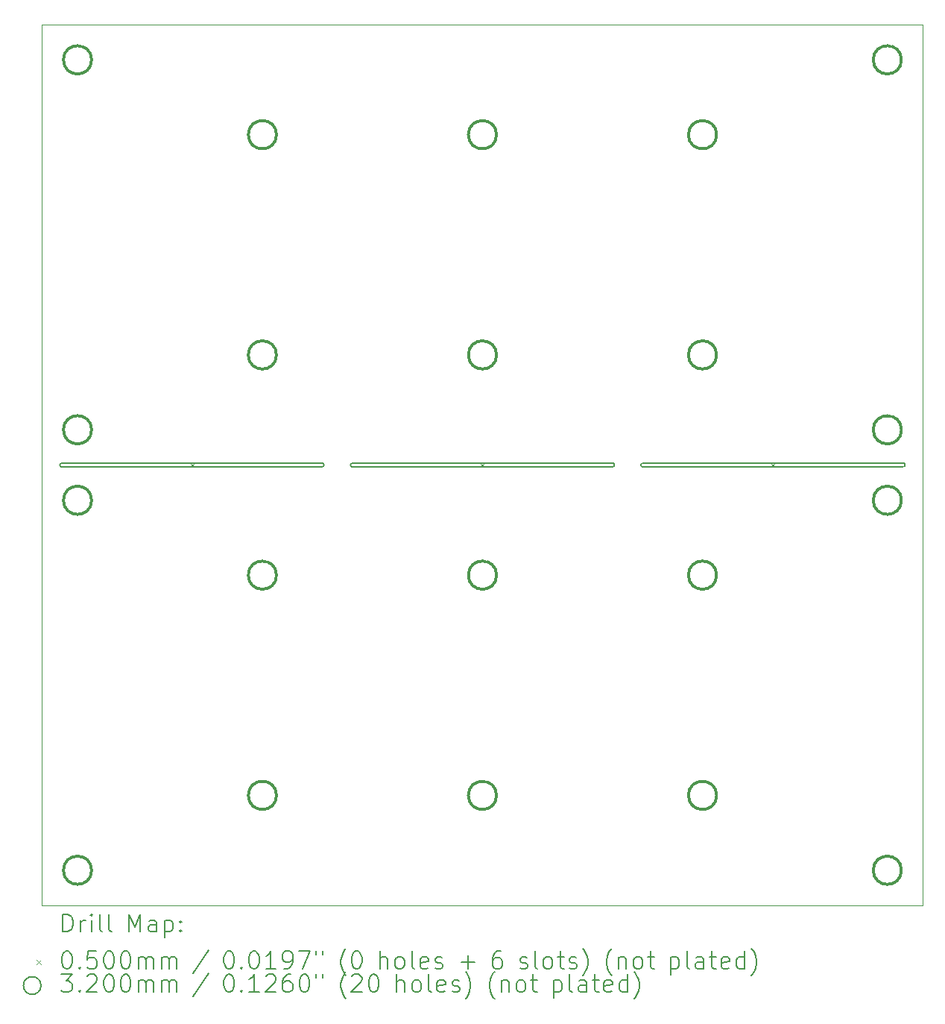
<source format=gbr>
%TF.GenerationSoftware,KiCad,Pcbnew,(7.0.0)*%
%TF.CreationDate,2023-05-19T01:27:41+02:00*%
%TF.ProjectId,Pot-X2,506f742d-5832-42e6-9b69-6361645f7063,rev?*%
%TF.SameCoordinates,Original*%
%TF.FileFunction,Drillmap*%
%TF.FilePolarity,Positive*%
%FSLAX45Y45*%
G04 Gerber Fmt 4.5, Leading zero omitted, Abs format (unit mm)*
G04 Created by KiCad (PCBNEW (7.0.0)) date 2023-05-19 01:27:41*
%MOMM*%
%LPD*%
G01*
G04 APERTURE LIST*
%ADD10C,0.100000*%
%ADD11C,0.200000*%
%ADD12C,0.050000*%
%ADD13C,0.320000*%
G04 APERTURE END LIST*
D10*
X16200000Y-11100000D02*
X6190000Y-11100000D01*
X6190000Y-1100000D01*
X16200000Y-1100000D01*
X16200000Y-11100000D01*
D11*
D12*
X7875000Y-6075000D02*
X7925000Y-6125000D01*
X7925000Y-6075000D02*
X7875000Y-6125000D01*
D11*
X6425000Y-6125000D02*
X9375000Y-6125000D01*
X9375000Y-6125000D02*
G75*
G03*
X9375000Y-6075000I0J25000D01*
G01*
X9375000Y-6075000D02*
X6425000Y-6075000D01*
X6425000Y-6075000D02*
G75*
G03*
X6425000Y-6125000I0J-25000D01*
G01*
D12*
X7875000Y-6075000D02*
X7925000Y-6125000D01*
X7925000Y-6075000D02*
X7875000Y-6125000D01*
D11*
X6425000Y-6125000D02*
X9375000Y-6125000D01*
X9375000Y-6125000D02*
G75*
G03*
X9375000Y-6075000I0J25000D01*
G01*
X9375000Y-6075000D02*
X6425000Y-6075000D01*
X6425000Y-6075000D02*
G75*
G03*
X6425000Y-6125000I0J-25000D01*
G01*
D12*
X11175000Y-6075000D02*
X11225000Y-6125000D01*
X11225000Y-6075000D02*
X11175000Y-6125000D01*
D11*
X9725000Y-6125000D02*
X12675000Y-6125000D01*
X12675000Y-6125000D02*
G75*
G03*
X12675000Y-6075000I0J25000D01*
G01*
X12675000Y-6075000D02*
X9725000Y-6075000D01*
X9725000Y-6075000D02*
G75*
G03*
X9725000Y-6125000I0J-25000D01*
G01*
D12*
X11175000Y-6075000D02*
X11225000Y-6125000D01*
X11225000Y-6075000D02*
X11175000Y-6125000D01*
D11*
X9725000Y-6125000D02*
X12675000Y-6125000D01*
X12675000Y-6125000D02*
G75*
G03*
X12675000Y-6075000I0J25000D01*
G01*
X12675000Y-6075000D02*
X9725000Y-6075000D01*
X9725000Y-6075000D02*
G75*
G03*
X9725000Y-6125000I0J-25000D01*
G01*
D12*
X14475000Y-6075000D02*
X14525000Y-6125000D01*
X14525000Y-6075000D02*
X14475000Y-6125000D01*
D11*
X13025000Y-6125000D02*
X15975000Y-6125000D01*
X15975000Y-6125000D02*
G75*
G03*
X15975000Y-6075000I0J25000D01*
G01*
X15975000Y-6075000D02*
X13025000Y-6075000D01*
X13025000Y-6075000D02*
G75*
G03*
X13025000Y-6125000I0J-25000D01*
G01*
D12*
X14475000Y-6075000D02*
X14525000Y-6125000D01*
X14525000Y-6075000D02*
X14475000Y-6125000D01*
D11*
X13025000Y-6125000D02*
X15975000Y-6125000D01*
X15975000Y-6125000D02*
G75*
G03*
X15975000Y-6075000I0J25000D01*
G01*
X15975000Y-6075000D02*
X13025000Y-6075000D01*
X13025000Y-6075000D02*
G75*
G03*
X13025000Y-6125000I0J-25000D01*
G01*
D13*
X6760000Y-1500000D02*
G75*
G03*
X6760000Y-1500000I-160000J0D01*
G01*
X6760000Y-5700000D02*
G75*
G03*
X6760000Y-5700000I-160000J0D01*
G01*
X6760000Y-6500000D02*
G75*
G03*
X6760000Y-6500000I-160000J0D01*
G01*
X6760000Y-10700000D02*
G75*
G03*
X6760000Y-10700000I-160000J0D01*
G01*
X8860000Y-2350000D02*
G75*
G03*
X8860000Y-2350000I-160000J0D01*
G01*
X8860000Y-4850000D02*
G75*
G03*
X8860000Y-4850000I-160000J0D01*
G01*
X8860000Y-7350000D02*
G75*
G03*
X8860000Y-7350000I-160000J0D01*
G01*
X8860000Y-9850000D02*
G75*
G03*
X8860000Y-9850000I-160000J0D01*
G01*
X11360000Y-2350000D02*
G75*
G03*
X11360000Y-2350000I-160000J0D01*
G01*
X11360000Y-4850000D02*
G75*
G03*
X11360000Y-4850000I-160000J0D01*
G01*
X11360000Y-7350000D02*
G75*
G03*
X11360000Y-7350000I-160000J0D01*
G01*
X11360000Y-9850000D02*
G75*
G03*
X11360000Y-9850000I-160000J0D01*
G01*
X13860000Y-2350000D02*
G75*
G03*
X13860000Y-2350000I-160000J0D01*
G01*
X13860000Y-4850000D02*
G75*
G03*
X13860000Y-4850000I-160000J0D01*
G01*
X13860000Y-7350000D02*
G75*
G03*
X13860000Y-7350000I-160000J0D01*
G01*
X13860000Y-9850000D02*
G75*
G03*
X13860000Y-9850000I-160000J0D01*
G01*
X15960000Y-1500000D02*
G75*
G03*
X15960000Y-1500000I-160000J0D01*
G01*
X15960000Y-5700000D02*
G75*
G03*
X15960000Y-5700000I-160000J0D01*
G01*
X15960000Y-6500000D02*
G75*
G03*
X15960000Y-6500000I-160000J0D01*
G01*
X15960000Y-10700000D02*
G75*
G03*
X15960000Y-10700000I-160000J0D01*
G01*
D11*
X6432619Y-11398476D02*
X6432619Y-11198476D01*
X6432619Y-11198476D02*
X6480238Y-11198476D01*
X6480238Y-11198476D02*
X6508809Y-11208000D01*
X6508809Y-11208000D02*
X6527857Y-11227048D01*
X6527857Y-11227048D02*
X6537381Y-11246095D01*
X6537381Y-11246095D02*
X6546905Y-11284190D01*
X6546905Y-11284190D02*
X6546905Y-11312762D01*
X6546905Y-11312762D02*
X6537381Y-11350857D01*
X6537381Y-11350857D02*
X6527857Y-11369905D01*
X6527857Y-11369905D02*
X6508809Y-11388952D01*
X6508809Y-11388952D02*
X6480238Y-11398476D01*
X6480238Y-11398476D02*
X6432619Y-11398476D01*
X6632619Y-11398476D02*
X6632619Y-11265143D01*
X6632619Y-11303238D02*
X6642143Y-11284190D01*
X6642143Y-11284190D02*
X6651667Y-11274667D01*
X6651667Y-11274667D02*
X6670714Y-11265143D01*
X6670714Y-11265143D02*
X6689762Y-11265143D01*
X6756428Y-11398476D02*
X6756428Y-11265143D01*
X6756428Y-11198476D02*
X6746905Y-11208000D01*
X6746905Y-11208000D02*
X6756428Y-11217524D01*
X6756428Y-11217524D02*
X6765952Y-11208000D01*
X6765952Y-11208000D02*
X6756428Y-11198476D01*
X6756428Y-11198476D02*
X6756428Y-11217524D01*
X6880238Y-11398476D02*
X6861190Y-11388952D01*
X6861190Y-11388952D02*
X6851667Y-11369905D01*
X6851667Y-11369905D02*
X6851667Y-11198476D01*
X6985000Y-11398476D02*
X6965952Y-11388952D01*
X6965952Y-11388952D02*
X6956428Y-11369905D01*
X6956428Y-11369905D02*
X6956428Y-11198476D01*
X7181190Y-11398476D02*
X7181190Y-11198476D01*
X7181190Y-11198476D02*
X7247857Y-11341333D01*
X7247857Y-11341333D02*
X7314524Y-11198476D01*
X7314524Y-11198476D02*
X7314524Y-11398476D01*
X7495476Y-11398476D02*
X7495476Y-11293714D01*
X7495476Y-11293714D02*
X7485952Y-11274667D01*
X7485952Y-11274667D02*
X7466905Y-11265143D01*
X7466905Y-11265143D02*
X7428809Y-11265143D01*
X7428809Y-11265143D02*
X7409762Y-11274667D01*
X7495476Y-11388952D02*
X7476428Y-11398476D01*
X7476428Y-11398476D02*
X7428809Y-11398476D01*
X7428809Y-11398476D02*
X7409762Y-11388952D01*
X7409762Y-11388952D02*
X7400238Y-11369905D01*
X7400238Y-11369905D02*
X7400238Y-11350857D01*
X7400238Y-11350857D02*
X7409762Y-11331809D01*
X7409762Y-11331809D02*
X7428809Y-11322286D01*
X7428809Y-11322286D02*
X7476428Y-11322286D01*
X7476428Y-11322286D02*
X7495476Y-11312762D01*
X7590714Y-11265143D02*
X7590714Y-11465143D01*
X7590714Y-11274667D02*
X7609762Y-11265143D01*
X7609762Y-11265143D02*
X7647857Y-11265143D01*
X7647857Y-11265143D02*
X7666905Y-11274667D01*
X7666905Y-11274667D02*
X7676428Y-11284190D01*
X7676428Y-11284190D02*
X7685952Y-11303238D01*
X7685952Y-11303238D02*
X7685952Y-11360381D01*
X7685952Y-11360381D02*
X7676428Y-11379428D01*
X7676428Y-11379428D02*
X7666905Y-11388952D01*
X7666905Y-11388952D02*
X7647857Y-11398476D01*
X7647857Y-11398476D02*
X7609762Y-11398476D01*
X7609762Y-11398476D02*
X7590714Y-11388952D01*
X7771667Y-11379428D02*
X7781190Y-11388952D01*
X7781190Y-11388952D02*
X7771667Y-11398476D01*
X7771667Y-11398476D02*
X7762143Y-11388952D01*
X7762143Y-11388952D02*
X7771667Y-11379428D01*
X7771667Y-11379428D02*
X7771667Y-11398476D01*
X7771667Y-11274667D02*
X7781190Y-11284190D01*
X7781190Y-11284190D02*
X7771667Y-11293714D01*
X7771667Y-11293714D02*
X7762143Y-11284190D01*
X7762143Y-11284190D02*
X7771667Y-11274667D01*
X7771667Y-11274667D02*
X7771667Y-11293714D01*
D12*
X6135000Y-11720000D02*
X6185000Y-11770000D01*
X6185000Y-11720000D02*
X6135000Y-11770000D01*
D11*
X6470714Y-11618476D02*
X6489762Y-11618476D01*
X6489762Y-11618476D02*
X6508809Y-11628000D01*
X6508809Y-11628000D02*
X6518333Y-11637524D01*
X6518333Y-11637524D02*
X6527857Y-11656571D01*
X6527857Y-11656571D02*
X6537381Y-11694667D01*
X6537381Y-11694667D02*
X6537381Y-11742286D01*
X6537381Y-11742286D02*
X6527857Y-11780381D01*
X6527857Y-11780381D02*
X6518333Y-11799428D01*
X6518333Y-11799428D02*
X6508809Y-11808952D01*
X6508809Y-11808952D02*
X6489762Y-11818476D01*
X6489762Y-11818476D02*
X6470714Y-11818476D01*
X6470714Y-11818476D02*
X6451667Y-11808952D01*
X6451667Y-11808952D02*
X6442143Y-11799428D01*
X6442143Y-11799428D02*
X6432619Y-11780381D01*
X6432619Y-11780381D02*
X6423095Y-11742286D01*
X6423095Y-11742286D02*
X6423095Y-11694667D01*
X6423095Y-11694667D02*
X6432619Y-11656571D01*
X6432619Y-11656571D02*
X6442143Y-11637524D01*
X6442143Y-11637524D02*
X6451667Y-11628000D01*
X6451667Y-11628000D02*
X6470714Y-11618476D01*
X6623095Y-11799428D02*
X6632619Y-11808952D01*
X6632619Y-11808952D02*
X6623095Y-11818476D01*
X6623095Y-11818476D02*
X6613571Y-11808952D01*
X6613571Y-11808952D02*
X6623095Y-11799428D01*
X6623095Y-11799428D02*
X6623095Y-11818476D01*
X6813571Y-11618476D02*
X6718333Y-11618476D01*
X6718333Y-11618476D02*
X6708809Y-11713714D01*
X6708809Y-11713714D02*
X6718333Y-11704190D01*
X6718333Y-11704190D02*
X6737381Y-11694667D01*
X6737381Y-11694667D02*
X6785000Y-11694667D01*
X6785000Y-11694667D02*
X6804048Y-11704190D01*
X6804048Y-11704190D02*
X6813571Y-11713714D01*
X6813571Y-11713714D02*
X6823095Y-11732762D01*
X6823095Y-11732762D02*
X6823095Y-11780381D01*
X6823095Y-11780381D02*
X6813571Y-11799428D01*
X6813571Y-11799428D02*
X6804048Y-11808952D01*
X6804048Y-11808952D02*
X6785000Y-11818476D01*
X6785000Y-11818476D02*
X6737381Y-11818476D01*
X6737381Y-11818476D02*
X6718333Y-11808952D01*
X6718333Y-11808952D02*
X6708809Y-11799428D01*
X6946905Y-11618476D02*
X6965952Y-11618476D01*
X6965952Y-11618476D02*
X6985000Y-11628000D01*
X6985000Y-11628000D02*
X6994524Y-11637524D01*
X6994524Y-11637524D02*
X7004048Y-11656571D01*
X7004048Y-11656571D02*
X7013571Y-11694667D01*
X7013571Y-11694667D02*
X7013571Y-11742286D01*
X7013571Y-11742286D02*
X7004048Y-11780381D01*
X7004048Y-11780381D02*
X6994524Y-11799428D01*
X6994524Y-11799428D02*
X6985000Y-11808952D01*
X6985000Y-11808952D02*
X6965952Y-11818476D01*
X6965952Y-11818476D02*
X6946905Y-11818476D01*
X6946905Y-11818476D02*
X6927857Y-11808952D01*
X6927857Y-11808952D02*
X6918333Y-11799428D01*
X6918333Y-11799428D02*
X6908809Y-11780381D01*
X6908809Y-11780381D02*
X6899286Y-11742286D01*
X6899286Y-11742286D02*
X6899286Y-11694667D01*
X6899286Y-11694667D02*
X6908809Y-11656571D01*
X6908809Y-11656571D02*
X6918333Y-11637524D01*
X6918333Y-11637524D02*
X6927857Y-11628000D01*
X6927857Y-11628000D02*
X6946905Y-11618476D01*
X7137381Y-11618476D02*
X7156429Y-11618476D01*
X7156429Y-11618476D02*
X7175476Y-11628000D01*
X7175476Y-11628000D02*
X7185000Y-11637524D01*
X7185000Y-11637524D02*
X7194524Y-11656571D01*
X7194524Y-11656571D02*
X7204048Y-11694667D01*
X7204048Y-11694667D02*
X7204048Y-11742286D01*
X7204048Y-11742286D02*
X7194524Y-11780381D01*
X7194524Y-11780381D02*
X7185000Y-11799428D01*
X7185000Y-11799428D02*
X7175476Y-11808952D01*
X7175476Y-11808952D02*
X7156429Y-11818476D01*
X7156429Y-11818476D02*
X7137381Y-11818476D01*
X7137381Y-11818476D02*
X7118333Y-11808952D01*
X7118333Y-11808952D02*
X7108809Y-11799428D01*
X7108809Y-11799428D02*
X7099286Y-11780381D01*
X7099286Y-11780381D02*
X7089762Y-11742286D01*
X7089762Y-11742286D02*
X7089762Y-11694667D01*
X7089762Y-11694667D02*
X7099286Y-11656571D01*
X7099286Y-11656571D02*
X7108809Y-11637524D01*
X7108809Y-11637524D02*
X7118333Y-11628000D01*
X7118333Y-11628000D02*
X7137381Y-11618476D01*
X7289762Y-11818476D02*
X7289762Y-11685143D01*
X7289762Y-11704190D02*
X7299286Y-11694667D01*
X7299286Y-11694667D02*
X7318333Y-11685143D01*
X7318333Y-11685143D02*
X7346905Y-11685143D01*
X7346905Y-11685143D02*
X7365952Y-11694667D01*
X7365952Y-11694667D02*
X7375476Y-11713714D01*
X7375476Y-11713714D02*
X7375476Y-11818476D01*
X7375476Y-11713714D02*
X7385000Y-11694667D01*
X7385000Y-11694667D02*
X7404048Y-11685143D01*
X7404048Y-11685143D02*
X7432619Y-11685143D01*
X7432619Y-11685143D02*
X7451667Y-11694667D01*
X7451667Y-11694667D02*
X7461190Y-11713714D01*
X7461190Y-11713714D02*
X7461190Y-11818476D01*
X7556429Y-11818476D02*
X7556429Y-11685143D01*
X7556429Y-11704190D02*
X7565952Y-11694667D01*
X7565952Y-11694667D02*
X7585000Y-11685143D01*
X7585000Y-11685143D02*
X7613571Y-11685143D01*
X7613571Y-11685143D02*
X7632619Y-11694667D01*
X7632619Y-11694667D02*
X7642143Y-11713714D01*
X7642143Y-11713714D02*
X7642143Y-11818476D01*
X7642143Y-11713714D02*
X7651667Y-11694667D01*
X7651667Y-11694667D02*
X7670714Y-11685143D01*
X7670714Y-11685143D02*
X7699286Y-11685143D01*
X7699286Y-11685143D02*
X7718333Y-11694667D01*
X7718333Y-11694667D02*
X7727857Y-11713714D01*
X7727857Y-11713714D02*
X7727857Y-11818476D01*
X8085952Y-11608952D02*
X7914524Y-11866095D01*
X8310714Y-11618476D02*
X8329762Y-11618476D01*
X8329762Y-11618476D02*
X8348810Y-11628000D01*
X8348810Y-11628000D02*
X8358333Y-11637524D01*
X8358333Y-11637524D02*
X8367857Y-11656571D01*
X8367857Y-11656571D02*
X8377381Y-11694667D01*
X8377381Y-11694667D02*
X8377381Y-11742286D01*
X8377381Y-11742286D02*
X8367857Y-11780381D01*
X8367857Y-11780381D02*
X8358333Y-11799428D01*
X8358333Y-11799428D02*
X8348810Y-11808952D01*
X8348810Y-11808952D02*
X8329762Y-11818476D01*
X8329762Y-11818476D02*
X8310714Y-11818476D01*
X8310714Y-11818476D02*
X8291667Y-11808952D01*
X8291667Y-11808952D02*
X8282143Y-11799428D01*
X8282143Y-11799428D02*
X8272619Y-11780381D01*
X8272619Y-11780381D02*
X8263095Y-11742286D01*
X8263095Y-11742286D02*
X8263095Y-11694667D01*
X8263095Y-11694667D02*
X8272619Y-11656571D01*
X8272619Y-11656571D02*
X8282143Y-11637524D01*
X8282143Y-11637524D02*
X8291667Y-11628000D01*
X8291667Y-11628000D02*
X8310714Y-11618476D01*
X8463095Y-11799428D02*
X8472619Y-11808952D01*
X8472619Y-11808952D02*
X8463095Y-11818476D01*
X8463095Y-11818476D02*
X8453572Y-11808952D01*
X8453572Y-11808952D02*
X8463095Y-11799428D01*
X8463095Y-11799428D02*
X8463095Y-11818476D01*
X8596429Y-11618476D02*
X8615476Y-11618476D01*
X8615476Y-11618476D02*
X8634524Y-11628000D01*
X8634524Y-11628000D02*
X8644048Y-11637524D01*
X8644048Y-11637524D02*
X8653572Y-11656571D01*
X8653572Y-11656571D02*
X8663095Y-11694667D01*
X8663095Y-11694667D02*
X8663095Y-11742286D01*
X8663095Y-11742286D02*
X8653572Y-11780381D01*
X8653572Y-11780381D02*
X8644048Y-11799428D01*
X8644048Y-11799428D02*
X8634524Y-11808952D01*
X8634524Y-11808952D02*
X8615476Y-11818476D01*
X8615476Y-11818476D02*
X8596429Y-11818476D01*
X8596429Y-11818476D02*
X8577381Y-11808952D01*
X8577381Y-11808952D02*
X8567857Y-11799428D01*
X8567857Y-11799428D02*
X8558333Y-11780381D01*
X8558333Y-11780381D02*
X8548810Y-11742286D01*
X8548810Y-11742286D02*
X8548810Y-11694667D01*
X8548810Y-11694667D02*
X8558333Y-11656571D01*
X8558333Y-11656571D02*
X8567857Y-11637524D01*
X8567857Y-11637524D02*
X8577381Y-11628000D01*
X8577381Y-11628000D02*
X8596429Y-11618476D01*
X8853572Y-11818476D02*
X8739286Y-11818476D01*
X8796429Y-11818476D02*
X8796429Y-11618476D01*
X8796429Y-11618476D02*
X8777381Y-11647048D01*
X8777381Y-11647048D02*
X8758333Y-11666095D01*
X8758333Y-11666095D02*
X8739286Y-11675619D01*
X8948810Y-11818476D02*
X8986905Y-11818476D01*
X8986905Y-11818476D02*
X9005953Y-11808952D01*
X9005953Y-11808952D02*
X9015476Y-11799428D01*
X9015476Y-11799428D02*
X9034524Y-11770857D01*
X9034524Y-11770857D02*
X9044048Y-11732762D01*
X9044048Y-11732762D02*
X9044048Y-11656571D01*
X9044048Y-11656571D02*
X9034524Y-11637524D01*
X9034524Y-11637524D02*
X9025000Y-11628000D01*
X9025000Y-11628000D02*
X9005953Y-11618476D01*
X9005953Y-11618476D02*
X8967857Y-11618476D01*
X8967857Y-11618476D02*
X8948810Y-11628000D01*
X8948810Y-11628000D02*
X8939286Y-11637524D01*
X8939286Y-11637524D02*
X8929762Y-11656571D01*
X8929762Y-11656571D02*
X8929762Y-11704190D01*
X8929762Y-11704190D02*
X8939286Y-11723238D01*
X8939286Y-11723238D02*
X8948810Y-11732762D01*
X8948810Y-11732762D02*
X8967857Y-11742286D01*
X8967857Y-11742286D02*
X9005953Y-11742286D01*
X9005953Y-11742286D02*
X9025000Y-11732762D01*
X9025000Y-11732762D02*
X9034524Y-11723238D01*
X9034524Y-11723238D02*
X9044048Y-11704190D01*
X9110714Y-11618476D02*
X9244048Y-11618476D01*
X9244048Y-11618476D02*
X9158333Y-11818476D01*
X9310714Y-11618476D02*
X9310714Y-11656571D01*
X9386905Y-11618476D02*
X9386905Y-11656571D01*
X9649762Y-11894667D02*
X9640238Y-11885143D01*
X9640238Y-11885143D02*
X9621191Y-11856571D01*
X9621191Y-11856571D02*
X9611667Y-11837524D01*
X9611667Y-11837524D02*
X9602143Y-11808952D01*
X9602143Y-11808952D02*
X9592619Y-11761333D01*
X9592619Y-11761333D02*
X9592619Y-11723238D01*
X9592619Y-11723238D02*
X9602143Y-11675619D01*
X9602143Y-11675619D02*
X9611667Y-11647048D01*
X9611667Y-11647048D02*
X9621191Y-11628000D01*
X9621191Y-11628000D02*
X9640238Y-11599428D01*
X9640238Y-11599428D02*
X9649762Y-11589905D01*
X9764048Y-11618476D02*
X9783095Y-11618476D01*
X9783095Y-11618476D02*
X9802143Y-11628000D01*
X9802143Y-11628000D02*
X9811667Y-11637524D01*
X9811667Y-11637524D02*
X9821191Y-11656571D01*
X9821191Y-11656571D02*
X9830714Y-11694667D01*
X9830714Y-11694667D02*
X9830714Y-11742286D01*
X9830714Y-11742286D02*
X9821191Y-11780381D01*
X9821191Y-11780381D02*
X9811667Y-11799428D01*
X9811667Y-11799428D02*
X9802143Y-11808952D01*
X9802143Y-11808952D02*
X9783095Y-11818476D01*
X9783095Y-11818476D02*
X9764048Y-11818476D01*
X9764048Y-11818476D02*
X9745000Y-11808952D01*
X9745000Y-11808952D02*
X9735476Y-11799428D01*
X9735476Y-11799428D02*
X9725953Y-11780381D01*
X9725953Y-11780381D02*
X9716429Y-11742286D01*
X9716429Y-11742286D02*
X9716429Y-11694667D01*
X9716429Y-11694667D02*
X9725953Y-11656571D01*
X9725953Y-11656571D02*
X9735476Y-11637524D01*
X9735476Y-11637524D02*
X9745000Y-11628000D01*
X9745000Y-11628000D02*
X9764048Y-11618476D01*
X10036429Y-11818476D02*
X10036429Y-11618476D01*
X10122143Y-11818476D02*
X10122143Y-11713714D01*
X10122143Y-11713714D02*
X10112619Y-11694667D01*
X10112619Y-11694667D02*
X10093572Y-11685143D01*
X10093572Y-11685143D02*
X10065000Y-11685143D01*
X10065000Y-11685143D02*
X10045953Y-11694667D01*
X10045953Y-11694667D02*
X10036429Y-11704190D01*
X10245953Y-11818476D02*
X10226905Y-11808952D01*
X10226905Y-11808952D02*
X10217381Y-11799428D01*
X10217381Y-11799428D02*
X10207857Y-11780381D01*
X10207857Y-11780381D02*
X10207857Y-11723238D01*
X10207857Y-11723238D02*
X10217381Y-11704190D01*
X10217381Y-11704190D02*
X10226905Y-11694667D01*
X10226905Y-11694667D02*
X10245953Y-11685143D01*
X10245953Y-11685143D02*
X10274524Y-11685143D01*
X10274524Y-11685143D02*
X10293572Y-11694667D01*
X10293572Y-11694667D02*
X10303095Y-11704190D01*
X10303095Y-11704190D02*
X10312619Y-11723238D01*
X10312619Y-11723238D02*
X10312619Y-11780381D01*
X10312619Y-11780381D02*
X10303095Y-11799428D01*
X10303095Y-11799428D02*
X10293572Y-11808952D01*
X10293572Y-11808952D02*
X10274524Y-11818476D01*
X10274524Y-11818476D02*
X10245953Y-11818476D01*
X10426905Y-11818476D02*
X10407857Y-11808952D01*
X10407857Y-11808952D02*
X10398334Y-11789905D01*
X10398334Y-11789905D02*
X10398334Y-11618476D01*
X10579286Y-11808952D02*
X10560238Y-11818476D01*
X10560238Y-11818476D02*
X10522143Y-11818476D01*
X10522143Y-11818476D02*
X10503095Y-11808952D01*
X10503095Y-11808952D02*
X10493572Y-11789905D01*
X10493572Y-11789905D02*
X10493572Y-11713714D01*
X10493572Y-11713714D02*
X10503095Y-11694667D01*
X10503095Y-11694667D02*
X10522143Y-11685143D01*
X10522143Y-11685143D02*
X10560238Y-11685143D01*
X10560238Y-11685143D02*
X10579286Y-11694667D01*
X10579286Y-11694667D02*
X10588810Y-11713714D01*
X10588810Y-11713714D02*
X10588810Y-11732762D01*
X10588810Y-11732762D02*
X10493572Y-11751809D01*
X10665000Y-11808952D02*
X10684048Y-11818476D01*
X10684048Y-11818476D02*
X10722143Y-11818476D01*
X10722143Y-11818476D02*
X10741191Y-11808952D01*
X10741191Y-11808952D02*
X10750715Y-11789905D01*
X10750715Y-11789905D02*
X10750715Y-11780381D01*
X10750715Y-11780381D02*
X10741191Y-11761333D01*
X10741191Y-11761333D02*
X10722143Y-11751809D01*
X10722143Y-11751809D02*
X10693572Y-11751809D01*
X10693572Y-11751809D02*
X10674524Y-11742286D01*
X10674524Y-11742286D02*
X10665000Y-11723238D01*
X10665000Y-11723238D02*
X10665000Y-11713714D01*
X10665000Y-11713714D02*
X10674524Y-11694667D01*
X10674524Y-11694667D02*
X10693572Y-11685143D01*
X10693572Y-11685143D02*
X10722143Y-11685143D01*
X10722143Y-11685143D02*
X10741191Y-11694667D01*
X10956429Y-11742286D02*
X11108810Y-11742286D01*
X11032619Y-11818476D02*
X11032619Y-11666095D01*
X11409762Y-11618476D02*
X11371667Y-11618476D01*
X11371667Y-11618476D02*
X11352619Y-11628000D01*
X11352619Y-11628000D02*
X11343095Y-11637524D01*
X11343095Y-11637524D02*
X11324048Y-11666095D01*
X11324048Y-11666095D02*
X11314524Y-11704190D01*
X11314524Y-11704190D02*
X11314524Y-11780381D01*
X11314524Y-11780381D02*
X11324048Y-11799428D01*
X11324048Y-11799428D02*
X11333572Y-11808952D01*
X11333572Y-11808952D02*
X11352619Y-11818476D01*
X11352619Y-11818476D02*
X11390714Y-11818476D01*
X11390714Y-11818476D02*
X11409762Y-11808952D01*
X11409762Y-11808952D02*
X11419286Y-11799428D01*
X11419286Y-11799428D02*
X11428810Y-11780381D01*
X11428810Y-11780381D02*
X11428810Y-11732762D01*
X11428810Y-11732762D02*
X11419286Y-11713714D01*
X11419286Y-11713714D02*
X11409762Y-11704190D01*
X11409762Y-11704190D02*
X11390714Y-11694667D01*
X11390714Y-11694667D02*
X11352619Y-11694667D01*
X11352619Y-11694667D02*
X11333572Y-11704190D01*
X11333572Y-11704190D02*
X11324048Y-11713714D01*
X11324048Y-11713714D02*
X11314524Y-11732762D01*
X11625000Y-11808952D02*
X11644048Y-11818476D01*
X11644048Y-11818476D02*
X11682143Y-11818476D01*
X11682143Y-11818476D02*
X11701191Y-11808952D01*
X11701191Y-11808952D02*
X11710714Y-11789905D01*
X11710714Y-11789905D02*
X11710714Y-11780381D01*
X11710714Y-11780381D02*
X11701191Y-11761333D01*
X11701191Y-11761333D02*
X11682143Y-11751809D01*
X11682143Y-11751809D02*
X11653572Y-11751809D01*
X11653572Y-11751809D02*
X11634524Y-11742286D01*
X11634524Y-11742286D02*
X11625000Y-11723238D01*
X11625000Y-11723238D02*
X11625000Y-11713714D01*
X11625000Y-11713714D02*
X11634524Y-11694667D01*
X11634524Y-11694667D02*
X11653572Y-11685143D01*
X11653572Y-11685143D02*
X11682143Y-11685143D01*
X11682143Y-11685143D02*
X11701191Y-11694667D01*
X11825000Y-11818476D02*
X11805953Y-11808952D01*
X11805953Y-11808952D02*
X11796429Y-11789905D01*
X11796429Y-11789905D02*
X11796429Y-11618476D01*
X11929762Y-11818476D02*
X11910714Y-11808952D01*
X11910714Y-11808952D02*
X11901191Y-11799428D01*
X11901191Y-11799428D02*
X11891667Y-11780381D01*
X11891667Y-11780381D02*
X11891667Y-11723238D01*
X11891667Y-11723238D02*
X11901191Y-11704190D01*
X11901191Y-11704190D02*
X11910714Y-11694667D01*
X11910714Y-11694667D02*
X11929762Y-11685143D01*
X11929762Y-11685143D02*
X11958334Y-11685143D01*
X11958334Y-11685143D02*
X11977381Y-11694667D01*
X11977381Y-11694667D02*
X11986905Y-11704190D01*
X11986905Y-11704190D02*
X11996429Y-11723238D01*
X11996429Y-11723238D02*
X11996429Y-11780381D01*
X11996429Y-11780381D02*
X11986905Y-11799428D01*
X11986905Y-11799428D02*
X11977381Y-11808952D01*
X11977381Y-11808952D02*
X11958334Y-11818476D01*
X11958334Y-11818476D02*
X11929762Y-11818476D01*
X12053572Y-11685143D02*
X12129762Y-11685143D01*
X12082143Y-11618476D02*
X12082143Y-11789905D01*
X12082143Y-11789905D02*
X12091667Y-11808952D01*
X12091667Y-11808952D02*
X12110714Y-11818476D01*
X12110714Y-11818476D02*
X12129762Y-11818476D01*
X12186905Y-11808952D02*
X12205953Y-11818476D01*
X12205953Y-11818476D02*
X12244048Y-11818476D01*
X12244048Y-11818476D02*
X12263095Y-11808952D01*
X12263095Y-11808952D02*
X12272619Y-11789905D01*
X12272619Y-11789905D02*
X12272619Y-11780381D01*
X12272619Y-11780381D02*
X12263095Y-11761333D01*
X12263095Y-11761333D02*
X12244048Y-11751809D01*
X12244048Y-11751809D02*
X12215476Y-11751809D01*
X12215476Y-11751809D02*
X12196429Y-11742286D01*
X12196429Y-11742286D02*
X12186905Y-11723238D01*
X12186905Y-11723238D02*
X12186905Y-11713714D01*
X12186905Y-11713714D02*
X12196429Y-11694667D01*
X12196429Y-11694667D02*
X12215476Y-11685143D01*
X12215476Y-11685143D02*
X12244048Y-11685143D01*
X12244048Y-11685143D02*
X12263095Y-11694667D01*
X12339286Y-11894667D02*
X12348810Y-11885143D01*
X12348810Y-11885143D02*
X12367857Y-11856571D01*
X12367857Y-11856571D02*
X12377381Y-11837524D01*
X12377381Y-11837524D02*
X12386905Y-11808952D01*
X12386905Y-11808952D02*
X12396429Y-11761333D01*
X12396429Y-11761333D02*
X12396429Y-11723238D01*
X12396429Y-11723238D02*
X12386905Y-11675619D01*
X12386905Y-11675619D02*
X12377381Y-11647048D01*
X12377381Y-11647048D02*
X12367857Y-11628000D01*
X12367857Y-11628000D02*
X12348810Y-11599428D01*
X12348810Y-11599428D02*
X12339286Y-11589905D01*
X12668810Y-11894667D02*
X12659286Y-11885143D01*
X12659286Y-11885143D02*
X12640238Y-11856571D01*
X12640238Y-11856571D02*
X12630714Y-11837524D01*
X12630714Y-11837524D02*
X12621191Y-11808952D01*
X12621191Y-11808952D02*
X12611667Y-11761333D01*
X12611667Y-11761333D02*
X12611667Y-11723238D01*
X12611667Y-11723238D02*
X12621191Y-11675619D01*
X12621191Y-11675619D02*
X12630714Y-11647048D01*
X12630714Y-11647048D02*
X12640238Y-11628000D01*
X12640238Y-11628000D02*
X12659286Y-11599428D01*
X12659286Y-11599428D02*
X12668810Y-11589905D01*
X12745000Y-11685143D02*
X12745000Y-11818476D01*
X12745000Y-11704190D02*
X12754524Y-11694667D01*
X12754524Y-11694667D02*
X12773572Y-11685143D01*
X12773572Y-11685143D02*
X12802143Y-11685143D01*
X12802143Y-11685143D02*
X12821191Y-11694667D01*
X12821191Y-11694667D02*
X12830714Y-11713714D01*
X12830714Y-11713714D02*
X12830714Y-11818476D01*
X12954524Y-11818476D02*
X12935476Y-11808952D01*
X12935476Y-11808952D02*
X12925953Y-11799428D01*
X12925953Y-11799428D02*
X12916429Y-11780381D01*
X12916429Y-11780381D02*
X12916429Y-11723238D01*
X12916429Y-11723238D02*
X12925953Y-11704190D01*
X12925953Y-11704190D02*
X12935476Y-11694667D01*
X12935476Y-11694667D02*
X12954524Y-11685143D01*
X12954524Y-11685143D02*
X12983095Y-11685143D01*
X12983095Y-11685143D02*
X13002143Y-11694667D01*
X13002143Y-11694667D02*
X13011667Y-11704190D01*
X13011667Y-11704190D02*
X13021191Y-11723238D01*
X13021191Y-11723238D02*
X13021191Y-11780381D01*
X13021191Y-11780381D02*
X13011667Y-11799428D01*
X13011667Y-11799428D02*
X13002143Y-11808952D01*
X13002143Y-11808952D02*
X12983095Y-11818476D01*
X12983095Y-11818476D02*
X12954524Y-11818476D01*
X13078334Y-11685143D02*
X13154524Y-11685143D01*
X13106905Y-11618476D02*
X13106905Y-11789905D01*
X13106905Y-11789905D02*
X13116429Y-11808952D01*
X13116429Y-11808952D02*
X13135476Y-11818476D01*
X13135476Y-11818476D02*
X13154524Y-11818476D01*
X13341191Y-11685143D02*
X13341191Y-11885143D01*
X13341191Y-11694667D02*
X13360238Y-11685143D01*
X13360238Y-11685143D02*
X13398334Y-11685143D01*
X13398334Y-11685143D02*
X13417381Y-11694667D01*
X13417381Y-11694667D02*
X13426905Y-11704190D01*
X13426905Y-11704190D02*
X13436429Y-11723238D01*
X13436429Y-11723238D02*
X13436429Y-11780381D01*
X13436429Y-11780381D02*
X13426905Y-11799428D01*
X13426905Y-11799428D02*
X13417381Y-11808952D01*
X13417381Y-11808952D02*
X13398334Y-11818476D01*
X13398334Y-11818476D02*
X13360238Y-11818476D01*
X13360238Y-11818476D02*
X13341191Y-11808952D01*
X13550714Y-11818476D02*
X13531667Y-11808952D01*
X13531667Y-11808952D02*
X13522143Y-11789905D01*
X13522143Y-11789905D02*
X13522143Y-11618476D01*
X13712619Y-11818476D02*
X13712619Y-11713714D01*
X13712619Y-11713714D02*
X13703095Y-11694667D01*
X13703095Y-11694667D02*
X13684048Y-11685143D01*
X13684048Y-11685143D02*
X13645953Y-11685143D01*
X13645953Y-11685143D02*
X13626905Y-11694667D01*
X13712619Y-11808952D02*
X13693572Y-11818476D01*
X13693572Y-11818476D02*
X13645953Y-11818476D01*
X13645953Y-11818476D02*
X13626905Y-11808952D01*
X13626905Y-11808952D02*
X13617381Y-11789905D01*
X13617381Y-11789905D02*
X13617381Y-11770857D01*
X13617381Y-11770857D02*
X13626905Y-11751809D01*
X13626905Y-11751809D02*
X13645953Y-11742286D01*
X13645953Y-11742286D02*
X13693572Y-11742286D01*
X13693572Y-11742286D02*
X13712619Y-11732762D01*
X13779286Y-11685143D02*
X13855476Y-11685143D01*
X13807857Y-11618476D02*
X13807857Y-11789905D01*
X13807857Y-11789905D02*
X13817381Y-11808952D01*
X13817381Y-11808952D02*
X13836429Y-11818476D01*
X13836429Y-11818476D02*
X13855476Y-11818476D01*
X13998334Y-11808952D02*
X13979286Y-11818476D01*
X13979286Y-11818476D02*
X13941191Y-11818476D01*
X13941191Y-11818476D02*
X13922143Y-11808952D01*
X13922143Y-11808952D02*
X13912619Y-11789905D01*
X13912619Y-11789905D02*
X13912619Y-11713714D01*
X13912619Y-11713714D02*
X13922143Y-11694667D01*
X13922143Y-11694667D02*
X13941191Y-11685143D01*
X13941191Y-11685143D02*
X13979286Y-11685143D01*
X13979286Y-11685143D02*
X13998334Y-11694667D01*
X13998334Y-11694667D02*
X14007857Y-11713714D01*
X14007857Y-11713714D02*
X14007857Y-11732762D01*
X14007857Y-11732762D02*
X13912619Y-11751809D01*
X14179286Y-11818476D02*
X14179286Y-11618476D01*
X14179286Y-11808952D02*
X14160238Y-11818476D01*
X14160238Y-11818476D02*
X14122143Y-11818476D01*
X14122143Y-11818476D02*
X14103095Y-11808952D01*
X14103095Y-11808952D02*
X14093572Y-11799428D01*
X14093572Y-11799428D02*
X14084048Y-11780381D01*
X14084048Y-11780381D02*
X14084048Y-11723238D01*
X14084048Y-11723238D02*
X14093572Y-11704190D01*
X14093572Y-11704190D02*
X14103095Y-11694667D01*
X14103095Y-11694667D02*
X14122143Y-11685143D01*
X14122143Y-11685143D02*
X14160238Y-11685143D01*
X14160238Y-11685143D02*
X14179286Y-11694667D01*
X14255476Y-11894667D02*
X14265000Y-11885143D01*
X14265000Y-11885143D02*
X14284048Y-11856571D01*
X14284048Y-11856571D02*
X14293572Y-11837524D01*
X14293572Y-11837524D02*
X14303095Y-11808952D01*
X14303095Y-11808952D02*
X14312619Y-11761333D01*
X14312619Y-11761333D02*
X14312619Y-11723238D01*
X14312619Y-11723238D02*
X14303095Y-11675619D01*
X14303095Y-11675619D02*
X14293572Y-11647048D01*
X14293572Y-11647048D02*
X14284048Y-11628000D01*
X14284048Y-11628000D02*
X14265000Y-11599428D01*
X14265000Y-11599428D02*
X14255476Y-11589905D01*
X6185000Y-12009000D02*
G75*
G03*
X6185000Y-12009000I-100000J0D01*
G01*
X6413571Y-11882476D02*
X6537381Y-11882476D01*
X6537381Y-11882476D02*
X6470714Y-11958667D01*
X6470714Y-11958667D02*
X6499286Y-11958667D01*
X6499286Y-11958667D02*
X6518333Y-11968190D01*
X6518333Y-11968190D02*
X6527857Y-11977714D01*
X6527857Y-11977714D02*
X6537381Y-11996762D01*
X6537381Y-11996762D02*
X6537381Y-12044381D01*
X6537381Y-12044381D02*
X6527857Y-12063428D01*
X6527857Y-12063428D02*
X6518333Y-12072952D01*
X6518333Y-12072952D02*
X6499286Y-12082476D01*
X6499286Y-12082476D02*
X6442143Y-12082476D01*
X6442143Y-12082476D02*
X6423095Y-12072952D01*
X6423095Y-12072952D02*
X6413571Y-12063428D01*
X6623095Y-12063428D02*
X6632619Y-12072952D01*
X6632619Y-12072952D02*
X6623095Y-12082476D01*
X6623095Y-12082476D02*
X6613571Y-12072952D01*
X6613571Y-12072952D02*
X6623095Y-12063428D01*
X6623095Y-12063428D02*
X6623095Y-12082476D01*
X6708809Y-11901524D02*
X6718333Y-11892000D01*
X6718333Y-11892000D02*
X6737381Y-11882476D01*
X6737381Y-11882476D02*
X6785000Y-11882476D01*
X6785000Y-11882476D02*
X6804048Y-11892000D01*
X6804048Y-11892000D02*
X6813571Y-11901524D01*
X6813571Y-11901524D02*
X6823095Y-11920571D01*
X6823095Y-11920571D02*
X6823095Y-11939619D01*
X6823095Y-11939619D02*
X6813571Y-11968190D01*
X6813571Y-11968190D02*
X6699286Y-12082476D01*
X6699286Y-12082476D02*
X6823095Y-12082476D01*
X6946905Y-11882476D02*
X6965952Y-11882476D01*
X6965952Y-11882476D02*
X6985000Y-11892000D01*
X6985000Y-11892000D02*
X6994524Y-11901524D01*
X6994524Y-11901524D02*
X7004048Y-11920571D01*
X7004048Y-11920571D02*
X7013571Y-11958667D01*
X7013571Y-11958667D02*
X7013571Y-12006286D01*
X7013571Y-12006286D02*
X7004048Y-12044381D01*
X7004048Y-12044381D02*
X6994524Y-12063428D01*
X6994524Y-12063428D02*
X6985000Y-12072952D01*
X6985000Y-12072952D02*
X6965952Y-12082476D01*
X6965952Y-12082476D02*
X6946905Y-12082476D01*
X6946905Y-12082476D02*
X6927857Y-12072952D01*
X6927857Y-12072952D02*
X6918333Y-12063428D01*
X6918333Y-12063428D02*
X6908809Y-12044381D01*
X6908809Y-12044381D02*
X6899286Y-12006286D01*
X6899286Y-12006286D02*
X6899286Y-11958667D01*
X6899286Y-11958667D02*
X6908809Y-11920571D01*
X6908809Y-11920571D02*
X6918333Y-11901524D01*
X6918333Y-11901524D02*
X6927857Y-11892000D01*
X6927857Y-11892000D02*
X6946905Y-11882476D01*
X7137381Y-11882476D02*
X7156429Y-11882476D01*
X7156429Y-11882476D02*
X7175476Y-11892000D01*
X7175476Y-11892000D02*
X7185000Y-11901524D01*
X7185000Y-11901524D02*
X7194524Y-11920571D01*
X7194524Y-11920571D02*
X7204048Y-11958667D01*
X7204048Y-11958667D02*
X7204048Y-12006286D01*
X7204048Y-12006286D02*
X7194524Y-12044381D01*
X7194524Y-12044381D02*
X7185000Y-12063428D01*
X7185000Y-12063428D02*
X7175476Y-12072952D01*
X7175476Y-12072952D02*
X7156429Y-12082476D01*
X7156429Y-12082476D02*
X7137381Y-12082476D01*
X7137381Y-12082476D02*
X7118333Y-12072952D01*
X7118333Y-12072952D02*
X7108809Y-12063428D01*
X7108809Y-12063428D02*
X7099286Y-12044381D01*
X7099286Y-12044381D02*
X7089762Y-12006286D01*
X7089762Y-12006286D02*
X7089762Y-11958667D01*
X7089762Y-11958667D02*
X7099286Y-11920571D01*
X7099286Y-11920571D02*
X7108809Y-11901524D01*
X7108809Y-11901524D02*
X7118333Y-11892000D01*
X7118333Y-11892000D02*
X7137381Y-11882476D01*
X7289762Y-12082476D02*
X7289762Y-11949143D01*
X7289762Y-11968190D02*
X7299286Y-11958667D01*
X7299286Y-11958667D02*
X7318333Y-11949143D01*
X7318333Y-11949143D02*
X7346905Y-11949143D01*
X7346905Y-11949143D02*
X7365952Y-11958667D01*
X7365952Y-11958667D02*
X7375476Y-11977714D01*
X7375476Y-11977714D02*
X7375476Y-12082476D01*
X7375476Y-11977714D02*
X7385000Y-11958667D01*
X7385000Y-11958667D02*
X7404048Y-11949143D01*
X7404048Y-11949143D02*
X7432619Y-11949143D01*
X7432619Y-11949143D02*
X7451667Y-11958667D01*
X7451667Y-11958667D02*
X7461190Y-11977714D01*
X7461190Y-11977714D02*
X7461190Y-12082476D01*
X7556429Y-12082476D02*
X7556429Y-11949143D01*
X7556429Y-11968190D02*
X7565952Y-11958667D01*
X7565952Y-11958667D02*
X7585000Y-11949143D01*
X7585000Y-11949143D02*
X7613571Y-11949143D01*
X7613571Y-11949143D02*
X7632619Y-11958667D01*
X7632619Y-11958667D02*
X7642143Y-11977714D01*
X7642143Y-11977714D02*
X7642143Y-12082476D01*
X7642143Y-11977714D02*
X7651667Y-11958667D01*
X7651667Y-11958667D02*
X7670714Y-11949143D01*
X7670714Y-11949143D02*
X7699286Y-11949143D01*
X7699286Y-11949143D02*
X7718333Y-11958667D01*
X7718333Y-11958667D02*
X7727857Y-11977714D01*
X7727857Y-11977714D02*
X7727857Y-12082476D01*
X8085952Y-11872952D02*
X7914524Y-12130095D01*
X8310714Y-11882476D02*
X8329762Y-11882476D01*
X8329762Y-11882476D02*
X8348810Y-11892000D01*
X8348810Y-11892000D02*
X8358333Y-11901524D01*
X8358333Y-11901524D02*
X8367857Y-11920571D01*
X8367857Y-11920571D02*
X8377381Y-11958667D01*
X8377381Y-11958667D02*
X8377381Y-12006286D01*
X8377381Y-12006286D02*
X8367857Y-12044381D01*
X8367857Y-12044381D02*
X8358333Y-12063428D01*
X8358333Y-12063428D02*
X8348810Y-12072952D01*
X8348810Y-12072952D02*
X8329762Y-12082476D01*
X8329762Y-12082476D02*
X8310714Y-12082476D01*
X8310714Y-12082476D02*
X8291667Y-12072952D01*
X8291667Y-12072952D02*
X8282143Y-12063428D01*
X8282143Y-12063428D02*
X8272619Y-12044381D01*
X8272619Y-12044381D02*
X8263095Y-12006286D01*
X8263095Y-12006286D02*
X8263095Y-11958667D01*
X8263095Y-11958667D02*
X8272619Y-11920571D01*
X8272619Y-11920571D02*
X8282143Y-11901524D01*
X8282143Y-11901524D02*
X8291667Y-11892000D01*
X8291667Y-11892000D02*
X8310714Y-11882476D01*
X8463095Y-12063428D02*
X8472619Y-12072952D01*
X8472619Y-12072952D02*
X8463095Y-12082476D01*
X8463095Y-12082476D02*
X8453572Y-12072952D01*
X8453572Y-12072952D02*
X8463095Y-12063428D01*
X8463095Y-12063428D02*
X8463095Y-12082476D01*
X8663095Y-12082476D02*
X8548810Y-12082476D01*
X8605952Y-12082476D02*
X8605952Y-11882476D01*
X8605952Y-11882476D02*
X8586905Y-11911048D01*
X8586905Y-11911048D02*
X8567857Y-11930095D01*
X8567857Y-11930095D02*
X8548810Y-11939619D01*
X8739286Y-11901524D02*
X8748810Y-11892000D01*
X8748810Y-11892000D02*
X8767857Y-11882476D01*
X8767857Y-11882476D02*
X8815476Y-11882476D01*
X8815476Y-11882476D02*
X8834524Y-11892000D01*
X8834524Y-11892000D02*
X8844048Y-11901524D01*
X8844048Y-11901524D02*
X8853572Y-11920571D01*
X8853572Y-11920571D02*
X8853572Y-11939619D01*
X8853572Y-11939619D02*
X8844048Y-11968190D01*
X8844048Y-11968190D02*
X8729762Y-12082476D01*
X8729762Y-12082476D02*
X8853572Y-12082476D01*
X9025000Y-11882476D02*
X8986905Y-11882476D01*
X8986905Y-11882476D02*
X8967857Y-11892000D01*
X8967857Y-11892000D02*
X8958333Y-11901524D01*
X8958333Y-11901524D02*
X8939286Y-11930095D01*
X8939286Y-11930095D02*
X8929762Y-11968190D01*
X8929762Y-11968190D02*
X8929762Y-12044381D01*
X8929762Y-12044381D02*
X8939286Y-12063428D01*
X8939286Y-12063428D02*
X8948810Y-12072952D01*
X8948810Y-12072952D02*
X8967857Y-12082476D01*
X8967857Y-12082476D02*
X9005953Y-12082476D01*
X9005953Y-12082476D02*
X9025000Y-12072952D01*
X9025000Y-12072952D02*
X9034524Y-12063428D01*
X9034524Y-12063428D02*
X9044048Y-12044381D01*
X9044048Y-12044381D02*
X9044048Y-11996762D01*
X9044048Y-11996762D02*
X9034524Y-11977714D01*
X9034524Y-11977714D02*
X9025000Y-11968190D01*
X9025000Y-11968190D02*
X9005953Y-11958667D01*
X9005953Y-11958667D02*
X8967857Y-11958667D01*
X8967857Y-11958667D02*
X8948810Y-11968190D01*
X8948810Y-11968190D02*
X8939286Y-11977714D01*
X8939286Y-11977714D02*
X8929762Y-11996762D01*
X9167857Y-11882476D02*
X9186905Y-11882476D01*
X9186905Y-11882476D02*
X9205953Y-11892000D01*
X9205953Y-11892000D02*
X9215476Y-11901524D01*
X9215476Y-11901524D02*
X9225000Y-11920571D01*
X9225000Y-11920571D02*
X9234524Y-11958667D01*
X9234524Y-11958667D02*
X9234524Y-12006286D01*
X9234524Y-12006286D02*
X9225000Y-12044381D01*
X9225000Y-12044381D02*
X9215476Y-12063428D01*
X9215476Y-12063428D02*
X9205953Y-12072952D01*
X9205953Y-12072952D02*
X9186905Y-12082476D01*
X9186905Y-12082476D02*
X9167857Y-12082476D01*
X9167857Y-12082476D02*
X9148810Y-12072952D01*
X9148810Y-12072952D02*
X9139286Y-12063428D01*
X9139286Y-12063428D02*
X9129762Y-12044381D01*
X9129762Y-12044381D02*
X9120238Y-12006286D01*
X9120238Y-12006286D02*
X9120238Y-11958667D01*
X9120238Y-11958667D02*
X9129762Y-11920571D01*
X9129762Y-11920571D02*
X9139286Y-11901524D01*
X9139286Y-11901524D02*
X9148810Y-11892000D01*
X9148810Y-11892000D02*
X9167857Y-11882476D01*
X9310714Y-11882476D02*
X9310714Y-11920571D01*
X9386905Y-11882476D02*
X9386905Y-11920571D01*
X9649762Y-12158667D02*
X9640238Y-12149143D01*
X9640238Y-12149143D02*
X9621191Y-12120571D01*
X9621191Y-12120571D02*
X9611667Y-12101524D01*
X9611667Y-12101524D02*
X9602143Y-12072952D01*
X9602143Y-12072952D02*
X9592619Y-12025333D01*
X9592619Y-12025333D02*
X9592619Y-11987238D01*
X9592619Y-11987238D02*
X9602143Y-11939619D01*
X9602143Y-11939619D02*
X9611667Y-11911048D01*
X9611667Y-11911048D02*
X9621191Y-11892000D01*
X9621191Y-11892000D02*
X9640238Y-11863428D01*
X9640238Y-11863428D02*
X9649762Y-11853905D01*
X9716429Y-11901524D02*
X9725953Y-11892000D01*
X9725953Y-11892000D02*
X9745000Y-11882476D01*
X9745000Y-11882476D02*
X9792619Y-11882476D01*
X9792619Y-11882476D02*
X9811667Y-11892000D01*
X9811667Y-11892000D02*
X9821191Y-11901524D01*
X9821191Y-11901524D02*
X9830714Y-11920571D01*
X9830714Y-11920571D02*
X9830714Y-11939619D01*
X9830714Y-11939619D02*
X9821191Y-11968190D01*
X9821191Y-11968190D02*
X9706905Y-12082476D01*
X9706905Y-12082476D02*
X9830714Y-12082476D01*
X9954524Y-11882476D02*
X9973572Y-11882476D01*
X9973572Y-11882476D02*
X9992619Y-11892000D01*
X9992619Y-11892000D02*
X10002143Y-11901524D01*
X10002143Y-11901524D02*
X10011667Y-11920571D01*
X10011667Y-11920571D02*
X10021191Y-11958667D01*
X10021191Y-11958667D02*
X10021191Y-12006286D01*
X10021191Y-12006286D02*
X10011667Y-12044381D01*
X10011667Y-12044381D02*
X10002143Y-12063428D01*
X10002143Y-12063428D02*
X9992619Y-12072952D01*
X9992619Y-12072952D02*
X9973572Y-12082476D01*
X9973572Y-12082476D02*
X9954524Y-12082476D01*
X9954524Y-12082476D02*
X9935476Y-12072952D01*
X9935476Y-12072952D02*
X9925953Y-12063428D01*
X9925953Y-12063428D02*
X9916429Y-12044381D01*
X9916429Y-12044381D02*
X9906905Y-12006286D01*
X9906905Y-12006286D02*
X9906905Y-11958667D01*
X9906905Y-11958667D02*
X9916429Y-11920571D01*
X9916429Y-11920571D02*
X9925953Y-11901524D01*
X9925953Y-11901524D02*
X9935476Y-11892000D01*
X9935476Y-11892000D02*
X9954524Y-11882476D01*
X10226905Y-12082476D02*
X10226905Y-11882476D01*
X10312619Y-12082476D02*
X10312619Y-11977714D01*
X10312619Y-11977714D02*
X10303095Y-11958667D01*
X10303095Y-11958667D02*
X10284048Y-11949143D01*
X10284048Y-11949143D02*
X10255476Y-11949143D01*
X10255476Y-11949143D02*
X10236429Y-11958667D01*
X10236429Y-11958667D02*
X10226905Y-11968190D01*
X10436429Y-12082476D02*
X10417381Y-12072952D01*
X10417381Y-12072952D02*
X10407857Y-12063428D01*
X10407857Y-12063428D02*
X10398334Y-12044381D01*
X10398334Y-12044381D02*
X10398334Y-11987238D01*
X10398334Y-11987238D02*
X10407857Y-11968190D01*
X10407857Y-11968190D02*
X10417381Y-11958667D01*
X10417381Y-11958667D02*
X10436429Y-11949143D01*
X10436429Y-11949143D02*
X10465000Y-11949143D01*
X10465000Y-11949143D02*
X10484048Y-11958667D01*
X10484048Y-11958667D02*
X10493572Y-11968190D01*
X10493572Y-11968190D02*
X10503095Y-11987238D01*
X10503095Y-11987238D02*
X10503095Y-12044381D01*
X10503095Y-12044381D02*
X10493572Y-12063428D01*
X10493572Y-12063428D02*
X10484048Y-12072952D01*
X10484048Y-12072952D02*
X10465000Y-12082476D01*
X10465000Y-12082476D02*
X10436429Y-12082476D01*
X10617381Y-12082476D02*
X10598334Y-12072952D01*
X10598334Y-12072952D02*
X10588810Y-12053905D01*
X10588810Y-12053905D02*
X10588810Y-11882476D01*
X10769762Y-12072952D02*
X10750715Y-12082476D01*
X10750715Y-12082476D02*
X10712619Y-12082476D01*
X10712619Y-12082476D02*
X10693572Y-12072952D01*
X10693572Y-12072952D02*
X10684048Y-12053905D01*
X10684048Y-12053905D02*
X10684048Y-11977714D01*
X10684048Y-11977714D02*
X10693572Y-11958667D01*
X10693572Y-11958667D02*
X10712619Y-11949143D01*
X10712619Y-11949143D02*
X10750715Y-11949143D01*
X10750715Y-11949143D02*
X10769762Y-11958667D01*
X10769762Y-11958667D02*
X10779286Y-11977714D01*
X10779286Y-11977714D02*
X10779286Y-11996762D01*
X10779286Y-11996762D02*
X10684048Y-12015809D01*
X10855476Y-12072952D02*
X10874524Y-12082476D01*
X10874524Y-12082476D02*
X10912619Y-12082476D01*
X10912619Y-12082476D02*
X10931667Y-12072952D01*
X10931667Y-12072952D02*
X10941191Y-12053905D01*
X10941191Y-12053905D02*
X10941191Y-12044381D01*
X10941191Y-12044381D02*
X10931667Y-12025333D01*
X10931667Y-12025333D02*
X10912619Y-12015809D01*
X10912619Y-12015809D02*
X10884048Y-12015809D01*
X10884048Y-12015809D02*
X10865000Y-12006286D01*
X10865000Y-12006286D02*
X10855476Y-11987238D01*
X10855476Y-11987238D02*
X10855476Y-11977714D01*
X10855476Y-11977714D02*
X10865000Y-11958667D01*
X10865000Y-11958667D02*
X10884048Y-11949143D01*
X10884048Y-11949143D02*
X10912619Y-11949143D01*
X10912619Y-11949143D02*
X10931667Y-11958667D01*
X11007857Y-12158667D02*
X11017381Y-12149143D01*
X11017381Y-12149143D02*
X11036429Y-12120571D01*
X11036429Y-12120571D02*
X11045953Y-12101524D01*
X11045953Y-12101524D02*
X11055476Y-12072952D01*
X11055476Y-12072952D02*
X11065000Y-12025333D01*
X11065000Y-12025333D02*
X11065000Y-11987238D01*
X11065000Y-11987238D02*
X11055476Y-11939619D01*
X11055476Y-11939619D02*
X11045953Y-11911048D01*
X11045953Y-11911048D02*
X11036429Y-11892000D01*
X11036429Y-11892000D02*
X11017381Y-11863428D01*
X11017381Y-11863428D02*
X11007857Y-11853905D01*
X11337381Y-12158667D02*
X11327857Y-12149143D01*
X11327857Y-12149143D02*
X11308810Y-12120571D01*
X11308810Y-12120571D02*
X11299286Y-12101524D01*
X11299286Y-12101524D02*
X11289762Y-12072952D01*
X11289762Y-12072952D02*
X11280238Y-12025333D01*
X11280238Y-12025333D02*
X11280238Y-11987238D01*
X11280238Y-11987238D02*
X11289762Y-11939619D01*
X11289762Y-11939619D02*
X11299286Y-11911048D01*
X11299286Y-11911048D02*
X11308810Y-11892000D01*
X11308810Y-11892000D02*
X11327857Y-11863428D01*
X11327857Y-11863428D02*
X11337381Y-11853905D01*
X11413572Y-11949143D02*
X11413572Y-12082476D01*
X11413572Y-11968190D02*
X11423095Y-11958667D01*
X11423095Y-11958667D02*
X11442143Y-11949143D01*
X11442143Y-11949143D02*
X11470714Y-11949143D01*
X11470714Y-11949143D02*
X11489762Y-11958667D01*
X11489762Y-11958667D02*
X11499286Y-11977714D01*
X11499286Y-11977714D02*
X11499286Y-12082476D01*
X11623095Y-12082476D02*
X11604048Y-12072952D01*
X11604048Y-12072952D02*
X11594524Y-12063428D01*
X11594524Y-12063428D02*
X11585000Y-12044381D01*
X11585000Y-12044381D02*
X11585000Y-11987238D01*
X11585000Y-11987238D02*
X11594524Y-11968190D01*
X11594524Y-11968190D02*
X11604048Y-11958667D01*
X11604048Y-11958667D02*
X11623095Y-11949143D01*
X11623095Y-11949143D02*
X11651667Y-11949143D01*
X11651667Y-11949143D02*
X11670714Y-11958667D01*
X11670714Y-11958667D02*
X11680238Y-11968190D01*
X11680238Y-11968190D02*
X11689762Y-11987238D01*
X11689762Y-11987238D02*
X11689762Y-12044381D01*
X11689762Y-12044381D02*
X11680238Y-12063428D01*
X11680238Y-12063428D02*
X11670714Y-12072952D01*
X11670714Y-12072952D02*
X11651667Y-12082476D01*
X11651667Y-12082476D02*
X11623095Y-12082476D01*
X11746905Y-11949143D02*
X11823095Y-11949143D01*
X11775476Y-11882476D02*
X11775476Y-12053905D01*
X11775476Y-12053905D02*
X11785000Y-12072952D01*
X11785000Y-12072952D02*
X11804048Y-12082476D01*
X11804048Y-12082476D02*
X11823095Y-12082476D01*
X12009762Y-11949143D02*
X12009762Y-12149143D01*
X12009762Y-11958667D02*
X12028810Y-11949143D01*
X12028810Y-11949143D02*
X12066905Y-11949143D01*
X12066905Y-11949143D02*
X12085953Y-11958667D01*
X12085953Y-11958667D02*
X12095476Y-11968190D01*
X12095476Y-11968190D02*
X12105000Y-11987238D01*
X12105000Y-11987238D02*
X12105000Y-12044381D01*
X12105000Y-12044381D02*
X12095476Y-12063428D01*
X12095476Y-12063428D02*
X12085953Y-12072952D01*
X12085953Y-12072952D02*
X12066905Y-12082476D01*
X12066905Y-12082476D02*
X12028810Y-12082476D01*
X12028810Y-12082476D02*
X12009762Y-12072952D01*
X12219286Y-12082476D02*
X12200238Y-12072952D01*
X12200238Y-12072952D02*
X12190714Y-12053905D01*
X12190714Y-12053905D02*
X12190714Y-11882476D01*
X12381191Y-12082476D02*
X12381191Y-11977714D01*
X12381191Y-11977714D02*
X12371667Y-11958667D01*
X12371667Y-11958667D02*
X12352619Y-11949143D01*
X12352619Y-11949143D02*
X12314524Y-11949143D01*
X12314524Y-11949143D02*
X12295476Y-11958667D01*
X12381191Y-12072952D02*
X12362143Y-12082476D01*
X12362143Y-12082476D02*
X12314524Y-12082476D01*
X12314524Y-12082476D02*
X12295476Y-12072952D01*
X12295476Y-12072952D02*
X12285953Y-12053905D01*
X12285953Y-12053905D02*
X12285953Y-12034857D01*
X12285953Y-12034857D02*
X12295476Y-12015809D01*
X12295476Y-12015809D02*
X12314524Y-12006286D01*
X12314524Y-12006286D02*
X12362143Y-12006286D01*
X12362143Y-12006286D02*
X12381191Y-11996762D01*
X12447857Y-11949143D02*
X12524048Y-11949143D01*
X12476429Y-11882476D02*
X12476429Y-12053905D01*
X12476429Y-12053905D02*
X12485953Y-12072952D01*
X12485953Y-12072952D02*
X12505000Y-12082476D01*
X12505000Y-12082476D02*
X12524048Y-12082476D01*
X12666905Y-12072952D02*
X12647857Y-12082476D01*
X12647857Y-12082476D02*
X12609762Y-12082476D01*
X12609762Y-12082476D02*
X12590714Y-12072952D01*
X12590714Y-12072952D02*
X12581191Y-12053905D01*
X12581191Y-12053905D02*
X12581191Y-11977714D01*
X12581191Y-11977714D02*
X12590714Y-11958667D01*
X12590714Y-11958667D02*
X12609762Y-11949143D01*
X12609762Y-11949143D02*
X12647857Y-11949143D01*
X12647857Y-11949143D02*
X12666905Y-11958667D01*
X12666905Y-11958667D02*
X12676429Y-11977714D01*
X12676429Y-11977714D02*
X12676429Y-11996762D01*
X12676429Y-11996762D02*
X12581191Y-12015809D01*
X12847857Y-12082476D02*
X12847857Y-11882476D01*
X12847857Y-12072952D02*
X12828810Y-12082476D01*
X12828810Y-12082476D02*
X12790714Y-12082476D01*
X12790714Y-12082476D02*
X12771667Y-12072952D01*
X12771667Y-12072952D02*
X12762143Y-12063428D01*
X12762143Y-12063428D02*
X12752619Y-12044381D01*
X12752619Y-12044381D02*
X12752619Y-11987238D01*
X12752619Y-11987238D02*
X12762143Y-11968190D01*
X12762143Y-11968190D02*
X12771667Y-11958667D01*
X12771667Y-11958667D02*
X12790714Y-11949143D01*
X12790714Y-11949143D02*
X12828810Y-11949143D01*
X12828810Y-11949143D02*
X12847857Y-11958667D01*
X12924048Y-12158667D02*
X12933572Y-12149143D01*
X12933572Y-12149143D02*
X12952619Y-12120571D01*
X12952619Y-12120571D02*
X12962143Y-12101524D01*
X12962143Y-12101524D02*
X12971667Y-12072952D01*
X12971667Y-12072952D02*
X12981191Y-12025333D01*
X12981191Y-12025333D02*
X12981191Y-11987238D01*
X12981191Y-11987238D02*
X12971667Y-11939619D01*
X12971667Y-11939619D02*
X12962143Y-11911048D01*
X12962143Y-11911048D02*
X12952619Y-11892000D01*
X12952619Y-11892000D02*
X12933572Y-11863428D01*
X12933572Y-11863428D02*
X12924048Y-11853905D01*
M02*

</source>
